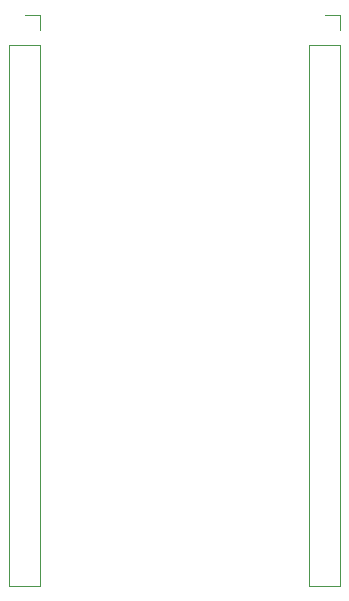
<source format=gbr>
G04 #@! TF.GenerationSoftware,KiCad,Pcbnew,(5.1.5-0-10_14)*
G04 #@! TF.CreationDate,2020-06-15T10:40:47+02:00*
G04 #@! TF.ProjectId,WEMOS_Adapter,57454d4f-535f-4416-9461-707465722e6b,rev?*
G04 #@! TF.SameCoordinates,Original*
G04 #@! TF.FileFunction,Legend,Bot*
G04 #@! TF.FilePolarity,Positive*
%FSLAX46Y46*%
G04 Gerber Fmt 4.6, Leading zero omitted, Abs format (unit mm)*
G04 Created by KiCad (PCBNEW (5.1.5-0-10_14)) date 2020-06-15 10:40:47*
%MOMM*%
%LPD*%
G04 APERTURE LIST*
%ADD10C,0.120000*%
G04 APERTURE END LIST*
D10*
X72450000Y-29150000D02*
X71120000Y-29150000D01*
X72450000Y-30480000D02*
X72450000Y-29150000D01*
X72450000Y-31750000D02*
X69790000Y-31750000D01*
X69790000Y-31750000D02*
X69790000Y-77530000D01*
X72450000Y-31750000D02*
X72450000Y-77530000D01*
X72450000Y-77530000D02*
X69790000Y-77530000D01*
X47050000Y-29150000D02*
X45720000Y-29150000D01*
X47050000Y-30480000D02*
X47050000Y-29150000D01*
X47050000Y-31750000D02*
X44390000Y-31750000D01*
X44390000Y-31750000D02*
X44390000Y-77530000D01*
X47050000Y-31750000D02*
X47050000Y-77530000D01*
X47050000Y-77530000D02*
X44390000Y-77530000D01*
M02*

</source>
